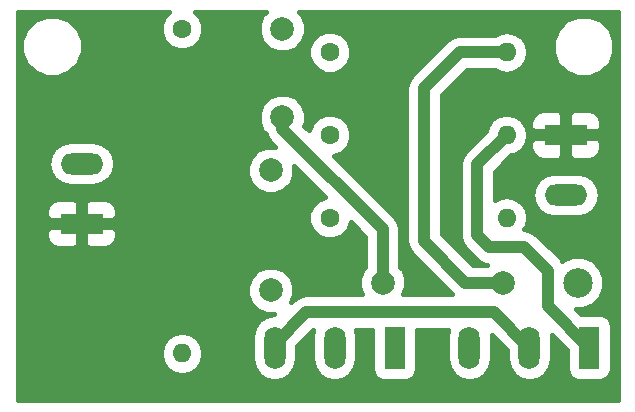
<source format=gbr>
G04 #@! TF.FileFunction,Copper,L1,Top,Signal*
%FSLAX46Y46*%
G04 Gerber Fmt 4.6, Leading zero omitted, Abs format (unit mm)*
G04 Created by KiCad (PCBNEW 4.0.6) date Friday, 28 July 2017 'PMt' 19:56:44*
%MOMM*%
%LPD*%
G01*
G04 APERTURE LIST*
%ADD10C,0.100000*%
%ADD11C,1.998980*%
%ADD12R,3.600000X1.800000*%
%ADD13O,3.600000X1.800000*%
%ADD14R,1.800000X3.600000*%
%ADD15O,1.800000X3.600000*%
%ADD16C,2.499360*%
%ADD17C,2.000000*%
%ADD18C,1.600000*%
%ADD19O,1.600000X1.600000*%
%ADD20C,1.000000*%
%ADD21C,0.400000*%
G04 APERTURE END LIST*
D10*
D11*
X182500000Y-111500000D03*
X182500000Y-121660000D03*
D12*
X166500000Y-116000000D03*
D13*
X166500000Y-110920000D03*
D12*
X207500000Y-108500000D03*
D13*
X207500000Y-113580000D03*
D11*
X192000000Y-121000000D03*
X202160000Y-121000000D03*
D14*
X193000000Y-126500000D03*
D15*
X187920000Y-126500000D03*
X182840000Y-126500000D03*
D14*
X209500000Y-126500000D03*
D15*
X204420000Y-126500000D03*
X199340000Y-126500000D03*
D16*
X208500000Y-121000000D03*
D17*
X183500000Y-99500000D03*
X183500000Y-107000000D03*
D18*
X175000000Y-99500000D03*
D19*
X175000000Y-127000000D03*
D18*
X187500000Y-108500000D03*
D19*
X202500000Y-108500000D03*
D18*
X187500000Y-101500000D03*
D19*
X202500000Y-101500000D03*
D18*
X187500000Y-115500000D03*
D19*
X202500000Y-115500000D03*
D20*
X192000000Y-121000000D02*
X192000000Y-116500000D01*
X192000000Y-116500000D02*
X183500000Y-108000000D01*
X183500000Y-108000000D02*
X183500000Y-107000000D01*
X182840000Y-126500000D02*
X182840000Y-126160000D01*
X182840000Y-126160000D02*
X185500000Y-123500000D01*
X201420000Y-123500000D02*
X204420000Y-126500000D01*
X185500000Y-123500000D02*
X201420000Y-123500000D01*
X202500000Y-108500000D02*
X200000000Y-111000000D01*
X206000000Y-123000000D02*
X209500000Y-126500000D01*
X206000000Y-120000000D02*
X206000000Y-123000000D01*
X204000000Y-118000000D02*
X206000000Y-120000000D01*
X201000000Y-118000000D02*
X204000000Y-118000000D01*
X200000000Y-117000000D02*
X201000000Y-118000000D01*
X200000000Y-111000000D02*
X200000000Y-117000000D01*
X202160000Y-121000000D02*
X199000000Y-121000000D01*
X198500000Y-101500000D02*
X202500000Y-101500000D01*
X195500000Y-104500000D02*
X198500000Y-101500000D01*
X195500000Y-117500000D02*
X195500000Y-104500000D01*
X199000000Y-121000000D02*
X195500000Y-117500000D01*
D21*
G36*
X173474924Y-98479051D02*
X173200313Y-99140387D01*
X173199688Y-99856471D01*
X173473145Y-100518286D01*
X173979051Y-101025076D01*
X174640387Y-101299687D01*
X175356471Y-101300312D01*
X176018286Y-101026855D01*
X176525076Y-100520949D01*
X176799687Y-99859613D01*
X176800312Y-99143529D01*
X176526855Y-98481714D01*
X176120850Y-98075000D01*
X182096591Y-98075000D01*
X181805471Y-98365612D01*
X181500348Y-99100430D01*
X181499654Y-99896079D01*
X181803494Y-100631429D01*
X182365612Y-101194529D01*
X183100430Y-101499652D01*
X183896079Y-101500346D01*
X184631429Y-101196506D01*
X185194529Y-100634388D01*
X185499652Y-99899570D01*
X185500346Y-99103921D01*
X185196506Y-98368571D01*
X184903447Y-98075000D01*
X211925000Y-98075000D01*
X211925000Y-130925000D01*
X161075000Y-130925000D01*
X161075000Y-126964736D01*
X173200000Y-126964736D01*
X173200000Y-127035264D01*
X173337017Y-127724094D01*
X173727208Y-128308056D01*
X174311170Y-128698247D01*
X175000000Y-128835264D01*
X175688830Y-128698247D01*
X176272792Y-128308056D01*
X176662983Y-127724094D01*
X176800000Y-127035264D01*
X176800000Y-126964736D01*
X176662983Y-126275906D01*
X176272792Y-125691944D01*
X175688830Y-125301753D01*
X175000000Y-125164736D01*
X174311170Y-125301753D01*
X173727208Y-125691944D01*
X173337017Y-126275906D01*
X173200000Y-126964736D01*
X161075000Y-126964736D01*
X161075000Y-116600000D01*
X163500000Y-116600000D01*
X163500000Y-117138695D01*
X163682689Y-117579746D01*
X164020255Y-117917311D01*
X164461305Y-118100000D01*
X165900000Y-118100000D01*
X166200000Y-117800000D01*
X166200000Y-116300000D01*
X166800000Y-116300000D01*
X166800000Y-117800000D01*
X167100000Y-118100000D01*
X168538695Y-118100000D01*
X168979745Y-117917311D01*
X169317311Y-117579746D01*
X169500000Y-117138695D01*
X169500000Y-116600000D01*
X169200000Y-116300000D01*
X166800000Y-116300000D01*
X166200000Y-116300000D01*
X163800000Y-116300000D01*
X163500000Y-116600000D01*
X161075000Y-116600000D01*
X161075000Y-114861305D01*
X163500000Y-114861305D01*
X163500000Y-115400000D01*
X163800000Y-115700000D01*
X166200000Y-115700000D01*
X166200000Y-114200000D01*
X166800000Y-114200000D01*
X166800000Y-115700000D01*
X169200000Y-115700000D01*
X169500000Y-115400000D01*
X169500000Y-114861305D01*
X169317311Y-114420254D01*
X168979745Y-114082689D01*
X168538695Y-113900000D01*
X167100000Y-113900000D01*
X166800000Y-114200000D01*
X166200000Y-114200000D01*
X165900000Y-113900000D01*
X164461305Y-113900000D01*
X164020255Y-114082689D01*
X163682689Y-114420254D01*
X163500000Y-114861305D01*
X161075000Y-114861305D01*
X161075000Y-110920000D01*
X163645145Y-110920000D01*
X163789774Y-111647099D01*
X164201642Y-112263503D01*
X164818046Y-112675371D01*
X165545145Y-112820000D01*
X167454855Y-112820000D01*
X168181954Y-112675371D01*
X168798358Y-112263503D01*
X169043930Y-111895978D01*
X180500164Y-111895978D01*
X180803927Y-112631140D01*
X181365901Y-113194096D01*
X182100532Y-113499142D01*
X182895978Y-113499836D01*
X183631140Y-113196073D01*
X184194096Y-112634099D01*
X184499142Y-111899468D01*
X184499821Y-111121141D01*
X187097420Y-113718740D01*
X186481714Y-113973145D01*
X185974924Y-114479051D01*
X185700313Y-115140387D01*
X185699688Y-115856471D01*
X185973145Y-116518286D01*
X186479051Y-117025076D01*
X187140387Y-117299687D01*
X187856471Y-117300312D01*
X188518286Y-117026855D01*
X189025076Y-116520949D01*
X189281674Y-115902994D01*
X190500000Y-117121320D01*
X190500000Y-119672144D01*
X190305904Y-119865901D01*
X190000858Y-120600532D01*
X190000164Y-121395978D01*
X190249741Y-122000000D01*
X185500000Y-122000000D01*
X184925975Y-122114181D01*
X184439340Y-122439340D01*
X184271862Y-122606818D01*
X184499142Y-122059468D01*
X184499836Y-121264022D01*
X184196073Y-120528860D01*
X183634099Y-119965904D01*
X182899468Y-119660858D01*
X182104022Y-119660164D01*
X181368860Y-119963927D01*
X180805904Y-120525901D01*
X180500858Y-121260532D01*
X180500164Y-122055978D01*
X180803927Y-122791140D01*
X181365901Y-123354096D01*
X182100532Y-123659142D01*
X182766710Y-123659723D01*
X182112901Y-123789774D01*
X181496497Y-124201642D01*
X181084629Y-124818046D01*
X180940000Y-125545145D01*
X180940000Y-127454855D01*
X181084629Y-128181954D01*
X181496497Y-128798358D01*
X182112901Y-129210226D01*
X182840000Y-129354855D01*
X183567099Y-129210226D01*
X184183503Y-128798358D01*
X184595371Y-128181954D01*
X184740000Y-127454855D01*
X184740000Y-126381320D01*
X186121320Y-125000000D01*
X186128436Y-125000000D01*
X186020000Y-125545145D01*
X186020000Y-127454855D01*
X186164629Y-128181954D01*
X186576497Y-128798358D01*
X187192901Y-129210226D01*
X187920000Y-129354855D01*
X188647099Y-129210226D01*
X189263503Y-128798358D01*
X189675371Y-128181954D01*
X189820000Y-127454855D01*
X189820000Y-125545145D01*
X189711564Y-125000000D01*
X191080409Y-125000000D01*
X191080409Y-128300000D01*
X191150138Y-128670578D01*
X191369149Y-129010931D01*
X191703322Y-129239262D01*
X192100000Y-129319591D01*
X193900000Y-129319591D01*
X194270578Y-129249862D01*
X194610931Y-129030851D01*
X194839262Y-128696678D01*
X194919591Y-128300000D01*
X194919591Y-125000000D01*
X197548436Y-125000000D01*
X197440000Y-125545145D01*
X197440000Y-127454855D01*
X197584629Y-128181954D01*
X197996497Y-128798358D01*
X198612901Y-129210226D01*
X199340000Y-129354855D01*
X200067099Y-129210226D01*
X200683503Y-128798358D01*
X201095371Y-128181954D01*
X201240000Y-127454855D01*
X201240000Y-125545145D01*
X201214220Y-125415540D01*
X202520000Y-126721320D01*
X202520000Y-127454855D01*
X202664629Y-128181954D01*
X203076497Y-128798358D01*
X203692901Y-129210226D01*
X204420000Y-129354855D01*
X205147099Y-129210226D01*
X205763503Y-128798358D01*
X206175371Y-128181954D01*
X206320000Y-127454855D01*
X206320000Y-125545145D01*
X206294220Y-125415540D01*
X207580409Y-126701730D01*
X207580409Y-128300000D01*
X207650138Y-128670578D01*
X207869149Y-129010931D01*
X208203322Y-129239262D01*
X208600000Y-129319591D01*
X210400000Y-129319591D01*
X210770578Y-129249862D01*
X211110931Y-129030851D01*
X211339262Y-128696678D01*
X211419591Y-128300000D01*
X211419591Y-124700000D01*
X211349862Y-124329422D01*
X211130851Y-123989069D01*
X210796678Y-123760738D01*
X210400000Y-123680409D01*
X208801729Y-123680409D01*
X208370889Y-123249569D01*
X208945526Y-123250070D01*
X209772677Y-122908298D01*
X210406074Y-122276005D01*
X210749289Y-121449452D01*
X210750070Y-120554474D01*
X210408298Y-119727323D01*
X209776005Y-119093926D01*
X208949452Y-118750711D01*
X208054474Y-118749930D01*
X207227323Y-119091702D01*
X207188416Y-119130541D01*
X207060660Y-118939340D01*
X205060660Y-116939340D01*
X204574025Y-116614181D01*
X204000000Y-116500000D01*
X203990330Y-116500000D01*
X204198247Y-116188830D01*
X204335264Y-115500000D01*
X204198247Y-114811170D01*
X203808056Y-114227208D01*
X203224094Y-113837017D01*
X202535264Y-113700000D01*
X202464736Y-113700000D01*
X201775906Y-113837017D01*
X201500000Y-114021372D01*
X201500000Y-113580000D01*
X204645145Y-113580000D01*
X204789774Y-114307099D01*
X205201642Y-114923503D01*
X205818046Y-115335371D01*
X206545145Y-115480000D01*
X208454855Y-115480000D01*
X209181954Y-115335371D01*
X209798358Y-114923503D01*
X210210226Y-114307099D01*
X210354855Y-113580000D01*
X210210226Y-112852901D01*
X209798358Y-112236497D01*
X209181954Y-111824629D01*
X208454855Y-111680000D01*
X206545145Y-111680000D01*
X205818046Y-111824629D01*
X205201642Y-112236497D01*
X204789774Y-112852901D01*
X204645145Y-113580000D01*
X201500000Y-113580000D01*
X201500000Y-111621320D01*
X202892349Y-110228971D01*
X203224094Y-110162983D01*
X203808056Y-109772792D01*
X204198247Y-109188830D01*
X204215916Y-109100000D01*
X204500000Y-109100000D01*
X204500000Y-109638695D01*
X204682689Y-110079746D01*
X205020255Y-110417311D01*
X205461305Y-110600000D01*
X206900000Y-110600000D01*
X207200000Y-110300000D01*
X207200000Y-108800000D01*
X207800000Y-108800000D01*
X207800000Y-110300000D01*
X208100000Y-110600000D01*
X209538695Y-110600000D01*
X209979745Y-110417311D01*
X210317311Y-110079746D01*
X210500000Y-109638695D01*
X210500000Y-109100000D01*
X210200000Y-108800000D01*
X207800000Y-108800000D01*
X207200000Y-108800000D01*
X204800000Y-108800000D01*
X204500000Y-109100000D01*
X204215916Y-109100000D01*
X204335264Y-108500000D01*
X204198247Y-107811170D01*
X203897657Y-107361305D01*
X204500000Y-107361305D01*
X204500000Y-107900000D01*
X204800000Y-108200000D01*
X207200000Y-108200000D01*
X207200000Y-106700000D01*
X207800000Y-106700000D01*
X207800000Y-108200000D01*
X210200000Y-108200000D01*
X210500000Y-107900000D01*
X210500000Y-107361305D01*
X210317311Y-106920254D01*
X209979745Y-106582689D01*
X209538695Y-106400000D01*
X208100000Y-106400000D01*
X207800000Y-106700000D01*
X207200000Y-106700000D01*
X206900000Y-106400000D01*
X205461305Y-106400000D01*
X205020255Y-106582689D01*
X204682689Y-106920254D01*
X204500000Y-107361305D01*
X203897657Y-107361305D01*
X203808056Y-107227208D01*
X203224094Y-106837017D01*
X202535264Y-106700000D01*
X202464736Y-106700000D01*
X201775906Y-106837017D01*
X201191944Y-107227208D01*
X200801753Y-107811170D01*
X200735765Y-108142915D01*
X198939340Y-109939340D01*
X198614181Y-110425975D01*
X198500000Y-111000000D01*
X198500000Y-117000000D01*
X198614181Y-117574025D01*
X198939340Y-118060660D01*
X199939340Y-119060660D01*
X200425975Y-119385819D01*
X200860284Y-119472209D01*
X200832444Y-119500000D01*
X199621321Y-119500000D01*
X197000000Y-116878680D01*
X197000000Y-105121320D01*
X199121320Y-103000000D01*
X201531985Y-103000000D01*
X201775906Y-103162983D01*
X202464736Y-103300000D01*
X202535264Y-103300000D01*
X203224094Y-103162983D01*
X203808056Y-102772792D01*
X204198247Y-102188830D01*
X204332299Y-101514903D01*
X206399550Y-101514903D01*
X206794542Y-102470858D01*
X207525295Y-103202887D01*
X208480559Y-103599548D01*
X209514903Y-103600450D01*
X210470858Y-103205458D01*
X211202887Y-102474705D01*
X211599548Y-101519441D01*
X211600450Y-100485097D01*
X211205458Y-99529142D01*
X210474705Y-98797113D01*
X209519441Y-98400452D01*
X208485097Y-98399550D01*
X207529142Y-98794542D01*
X206797113Y-99525295D01*
X206400452Y-100480559D01*
X206399550Y-101514903D01*
X204332299Y-101514903D01*
X204335264Y-101500000D01*
X204198247Y-100811170D01*
X203808056Y-100227208D01*
X203224094Y-99837017D01*
X202535264Y-99700000D01*
X202464736Y-99700000D01*
X201775906Y-99837017D01*
X201531985Y-100000000D01*
X198500000Y-100000000D01*
X197925975Y-100114181D01*
X197439340Y-100439340D01*
X194439340Y-103439340D01*
X194114181Y-103925975D01*
X194000000Y-104500000D01*
X194000000Y-117500000D01*
X194114181Y-118074025D01*
X194439340Y-118560660D01*
X197878679Y-122000000D01*
X193749779Y-122000000D01*
X193999142Y-121399468D01*
X193999836Y-120604022D01*
X193696073Y-119868860D01*
X193500000Y-119672444D01*
X193500000Y-116500000D01*
X193385819Y-115925975D01*
X193060660Y-115439340D01*
X187902580Y-110281260D01*
X188518286Y-110026855D01*
X189025076Y-109520949D01*
X189299687Y-108859613D01*
X189300312Y-108143529D01*
X189026855Y-107481714D01*
X188520949Y-106974924D01*
X187859613Y-106700313D01*
X187143529Y-106699688D01*
X186481714Y-106973145D01*
X185974924Y-107479051D01*
X185718326Y-108097006D01*
X185359181Y-107737861D01*
X185499652Y-107399570D01*
X185500346Y-106603921D01*
X185196506Y-105868571D01*
X184634388Y-105305471D01*
X183899570Y-105000348D01*
X183103921Y-104999654D01*
X182368571Y-105303494D01*
X181805471Y-105865612D01*
X181500348Y-106600430D01*
X181499654Y-107396079D01*
X181803494Y-108131429D01*
X182081548Y-108409969D01*
X182114181Y-108574025D01*
X182439340Y-109060660D01*
X182879521Y-109500841D01*
X182104022Y-109500164D01*
X181368860Y-109803927D01*
X180805904Y-110365901D01*
X180500858Y-111100532D01*
X180500164Y-111895978D01*
X169043930Y-111895978D01*
X169210226Y-111647099D01*
X169354855Y-110920000D01*
X169210226Y-110192901D01*
X168798358Y-109576497D01*
X168181954Y-109164629D01*
X167454855Y-109020000D01*
X165545145Y-109020000D01*
X164818046Y-109164629D01*
X164201642Y-109576497D01*
X163789774Y-110192901D01*
X163645145Y-110920000D01*
X161075000Y-110920000D01*
X161075000Y-101514903D01*
X161399550Y-101514903D01*
X161794542Y-102470858D01*
X162525295Y-103202887D01*
X163480559Y-103599548D01*
X164514903Y-103600450D01*
X165470858Y-103205458D01*
X166202887Y-102474705D01*
X166459600Y-101856471D01*
X185699688Y-101856471D01*
X185973145Y-102518286D01*
X186479051Y-103025076D01*
X187140387Y-103299687D01*
X187856471Y-103300312D01*
X188518286Y-103026855D01*
X189025076Y-102520949D01*
X189299687Y-101859613D01*
X189300312Y-101143529D01*
X189026855Y-100481714D01*
X188520949Y-99974924D01*
X187859613Y-99700313D01*
X187143529Y-99699688D01*
X186481714Y-99973145D01*
X185974924Y-100479051D01*
X185700313Y-101140387D01*
X185699688Y-101856471D01*
X166459600Y-101856471D01*
X166599548Y-101519441D01*
X166600450Y-100485097D01*
X166205458Y-99529142D01*
X165474705Y-98797113D01*
X164519441Y-98400452D01*
X163485097Y-98399550D01*
X162529142Y-98794542D01*
X161797113Y-99525295D01*
X161400452Y-100480559D01*
X161399550Y-101514903D01*
X161075000Y-101514903D01*
X161075000Y-98075000D01*
X173879681Y-98075000D01*
X173474924Y-98479051D01*
X173474924Y-98479051D01*
G37*
X173474924Y-98479051D02*
X173200313Y-99140387D01*
X173199688Y-99856471D01*
X173473145Y-100518286D01*
X173979051Y-101025076D01*
X174640387Y-101299687D01*
X175356471Y-101300312D01*
X176018286Y-101026855D01*
X176525076Y-100520949D01*
X176799687Y-99859613D01*
X176800312Y-99143529D01*
X176526855Y-98481714D01*
X176120850Y-98075000D01*
X182096591Y-98075000D01*
X181805471Y-98365612D01*
X181500348Y-99100430D01*
X181499654Y-99896079D01*
X181803494Y-100631429D01*
X182365612Y-101194529D01*
X183100430Y-101499652D01*
X183896079Y-101500346D01*
X184631429Y-101196506D01*
X185194529Y-100634388D01*
X185499652Y-99899570D01*
X185500346Y-99103921D01*
X185196506Y-98368571D01*
X184903447Y-98075000D01*
X211925000Y-98075000D01*
X211925000Y-130925000D01*
X161075000Y-130925000D01*
X161075000Y-126964736D01*
X173200000Y-126964736D01*
X173200000Y-127035264D01*
X173337017Y-127724094D01*
X173727208Y-128308056D01*
X174311170Y-128698247D01*
X175000000Y-128835264D01*
X175688830Y-128698247D01*
X176272792Y-128308056D01*
X176662983Y-127724094D01*
X176800000Y-127035264D01*
X176800000Y-126964736D01*
X176662983Y-126275906D01*
X176272792Y-125691944D01*
X175688830Y-125301753D01*
X175000000Y-125164736D01*
X174311170Y-125301753D01*
X173727208Y-125691944D01*
X173337017Y-126275906D01*
X173200000Y-126964736D01*
X161075000Y-126964736D01*
X161075000Y-116600000D01*
X163500000Y-116600000D01*
X163500000Y-117138695D01*
X163682689Y-117579746D01*
X164020255Y-117917311D01*
X164461305Y-118100000D01*
X165900000Y-118100000D01*
X166200000Y-117800000D01*
X166200000Y-116300000D01*
X166800000Y-116300000D01*
X166800000Y-117800000D01*
X167100000Y-118100000D01*
X168538695Y-118100000D01*
X168979745Y-117917311D01*
X169317311Y-117579746D01*
X169500000Y-117138695D01*
X169500000Y-116600000D01*
X169200000Y-116300000D01*
X166800000Y-116300000D01*
X166200000Y-116300000D01*
X163800000Y-116300000D01*
X163500000Y-116600000D01*
X161075000Y-116600000D01*
X161075000Y-114861305D01*
X163500000Y-114861305D01*
X163500000Y-115400000D01*
X163800000Y-115700000D01*
X166200000Y-115700000D01*
X166200000Y-114200000D01*
X166800000Y-114200000D01*
X166800000Y-115700000D01*
X169200000Y-115700000D01*
X169500000Y-115400000D01*
X169500000Y-114861305D01*
X169317311Y-114420254D01*
X168979745Y-114082689D01*
X168538695Y-113900000D01*
X167100000Y-113900000D01*
X166800000Y-114200000D01*
X166200000Y-114200000D01*
X165900000Y-113900000D01*
X164461305Y-113900000D01*
X164020255Y-114082689D01*
X163682689Y-114420254D01*
X163500000Y-114861305D01*
X161075000Y-114861305D01*
X161075000Y-110920000D01*
X163645145Y-110920000D01*
X163789774Y-111647099D01*
X164201642Y-112263503D01*
X164818046Y-112675371D01*
X165545145Y-112820000D01*
X167454855Y-112820000D01*
X168181954Y-112675371D01*
X168798358Y-112263503D01*
X169043930Y-111895978D01*
X180500164Y-111895978D01*
X180803927Y-112631140D01*
X181365901Y-113194096D01*
X182100532Y-113499142D01*
X182895978Y-113499836D01*
X183631140Y-113196073D01*
X184194096Y-112634099D01*
X184499142Y-111899468D01*
X184499821Y-111121141D01*
X187097420Y-113718740D01*
X186481714Y-113973145D01*
X185974924Y-114479051D01*
X185700313Y-115140387D01*
X185699688Y-115856471D01*
X185973145Y-116518286D01*
X186479051Y-117025076D01*
X187140387Y-117299687D01*
X187856471Y-117300312D01*
X188518286Y-117026855D01*
X189025076Y-116520949D01*
X189281674Y-115902994D01*
X190500000Y-117121320D01*
X190500000Y-119672144D01*
X190305904Y-119865901D01*
X190000858Y-120600532D01*
X190000164Y-121395978D01*
X190249741Y-122000000D01*
X185500000Y-122000000D01*
X184925975Y-122114181D01*
X184439340Y-122439340D01*
X184271862Y-122606818D01*
X184499142Y-122059468D01*
X184499836Y-121264022D01*
X184196073Y-120528860D01*
X183634099Y-119965904D01*
X182899468Y-119660858D01*
X182104022Y-119660164D01*
X181368860Y-119963927D01*
X180805904Y-120525901D01*
X180500858Y-121260532D01*
X180500164Y-122055978D01*
X180803927Y-122791140D01*
X181365901Y-123354096D01*
X182100532Y-123659142D01*
X182766710Y-123659723D01*
X182112901Y-123789774D01*
X181496497Y-124201642D01*
X181084629Y-124818046D01*
X180940000Y-125545145D01*
X180940000Y-127454855D01*
X181084629Y-128181954D01*
X181496497Y-128798358D01*
X182112901Y-129210226D01*
X182840000Y-129354855D01*
X183567099Y-129210226D01*
X184183503Y-128798358D01*
X184595371Y-128181954D01*
X184740000Y-127454855D01*
X184740000Y-126381320D01*
X186121320Y-125000000D01*
X186128436Y-125000000D01*
X186020000Y-125545145D01*
X186020000Y-127454855D01*
X186164629Y-128181954D01*
X186576497Y-128798358D01*
X187192901Y-129210226D01*
X187920000Y-129354855D01*
X188647099Y-129210226D01*
X189263503Y-128798358D01*
X189675371Y-128181954D01*
X189820000Y-127454855D01*
X189820000Y-125545145D01*
X189711564Y-125000000D01*
X191080409Y-125000000D01*
X191080409Y-128300000D01*
X191150138Y-128670578D01*
X191369149Y-129010931D01*
X191703322Y-129239262D01*
X192100000Y-129319591D01*
X193900000Y-129319591D01*
X194270578Y-129249862D01*
X194610931Y-129030851D01*
X194839262Y-128696678D01*
X194919591Y-128300000D01*
X194919591Y-125000000D01*
X197548436Y-125000000D01*
X197440000Y-125545145D01*
X197440000Y-127454855D01*
X197584629Y-128181954D01*
X197996497Y-128798358D01*
X198612901Y-129210226D01*
X199340000Y-129354855D01*
X200067099Y-129210226D01*
X200683503Y-128798358D01*
X201095371Y-128181954D01*
X201240000Y-127454855D01*
X201240000Y-125545145D01*
X201214220Y-125415540D01*
X202520000Y-126721320D01*
X202520000Y-127454855D01*
X202664629Y-128181954D01*
X203076497Y-128798358D01*
X203692901Y-129210226D01*
X204420000Y-129354855D01*
X205147099Y-129210226D01*
X205763503Y-128798358D01*
X206175371Y-128181954D01*
X206320000Y-127454855D01*
X206320000Y-125545145D01*
X206294220Y-125415540D01*
X207580409Y-126701730D01*
X207580409Y-128300000D01*
X207650138Y-128670578D01*
X207869149Y-129010931D01*
X208203322Y-129239262D01*
X208600000Y-129319591D01*
X210400000Y-129319591D01*
X210770578Y-129249862D01*
X211110931Y-129030851D01*
X211339262Y-128696678D01*
X211419591Y-128300000D01*
X211419591Y-124700000D01*
X211349862Y-124329422D01*
X211130851Y-123989069D01*
X210796678Y-123760738D01*
X210400000Y-123680409D01*
X208801729Y-123680409D01*
X208370889Y-123249569D01*
X208945526Y-123250070D01*
X209772677Y-122908298D01*
X210406074Y-122276005D01*
X210749289Y-121449452D01*
X210750070Y-120554474D01*
X210408298Y-119727323D01*
X209776005Y-119093926D01*
X208949452Y-118750711D01*
X208054474Y-118749930D01*
X207227323Y-119091702D01*
X207188416Y-119130541D01*
X207060660Y-118939340D01*
X205060660Y-116939340D01*
X204574025Y-116614181D01*
X204000000Y-116500000D01*
X203990330Y-116500000D01*
X204198247Y-116188830D01*
X204335264Y-115500000D01*
X204198247Y-114811170D01*
X203808056Y-114227208D01*
X203224094Y-113837017D01*
X202535264Y-113700000D01*
X202464736Y-113700000D01*
X201775906Y-113837017D01*
X201500000Y-114021372D01*
X201500000Y-113580000D01*
X204645145Y-113580000D01*
X204789774Y-114307099D01*
X205201642Y-114923503D01*
X205818046Y-115335371D01*
X206545145Y-115480000D01*
X208454855Y-115480000D01*
X209181954Y-115335371D01*
X209798358Y-114923503D01*
X210210226Y-114307099D01*
X210354855Y-113580000D01*
X210210226Y-112852901D01*
X209798358Y-112236497D01*
X209181954Y-111824629D01*
X208454855Y-111680000D01*
X206545145Y-111680000D01*
X205818046Y-111824629D01*
X205201642Y-112236497D01*
X204789774Y-112852901D01*
X204645145Y-113580000D01*
X201500000Y-113580000D01*
X201500000Y-111621320D01*
X202892349Y-110228971D01*
X203224094Y-110162983D01*
X203808056Y-109772792D01*
X204198247Y-109188830D01*
X204215916Y-109100000D01*
X204500000Y-109100000D01*
X204500000Y-109638695D01*
X204682689Y-110079746D01*
X205020255Y-110417311D01*
X205461305Y-110600000D01*
X206900000Y-110600000D01*
X207200000Y-110300000D01*
X207200000Y-108800000D01*
X207800000Y-108800000D01*
X207800000Y-110300000D01*
X208100000Y-110600000D01*
X209538695Y-110600000D01*
X209979745Y-110417311D01*
X210317311Y-110079746D01*
X210500000Y-109638695D01*
X210500000Y-109100000D01*
X210200000Y-108800000D01*
X207800000Y-108800000D01*
X207200000Y-108800000D01*
X204800000Y-108800000D01*
X204500000Y-109100000D01*
X204215916Y-109100000D01*
X204335264Y-108500000D01*
X204198247Y-107811170D01*
X203897657Y-107361305D01*
X204500000Y-107361305D01*
X204500000Y-107900000D01*
X204800000Y-108200000D01*
X207200000Y-108200000D01*
X207200000Y-106700000D01*
X207800000Y-106700000D01*
X207800000Y-108200000D01*
X210200000Y-108200000D01*
X210500000Y-107900000D01*
X210500000Y-107361305D01*
X210317311Y-106920254D01*
X209979745Y-106582689D01*
X209538695Y-106400000D01*
X208100000Y-106400000D01*
X207800000Y-106700000D01*
X207200000Y-106700000D01*
X206900000Y-106400000D01*
X205461305Y-106400000D01*
X205020255Y-106582689D01*
X204682689Y-106920254D01*
X204500000Y-107361305D01*
X203897657Y-107361305D01*
X203808056Y-107227208D01*
X203224094Y-106837017D01*
X202535264Y-106700000D01*
X202464736Y-106700000D01*
X201775906Y-106837017D01*
X201191944Y-107227208D01*
X200801753Y-107811170D01*
X200735765Y-108142915D01*
X198939340Y-109939340D01*
X198614181Y-110425975D01*
X198500000Y-111000000D01*
X198500000Y-117000000D01*
X198614181Y-117574025D01*
X198939340Y-118060660D01*
X199939340Y-119060660D01*
X200425975Y-119385819D01*
X200860284Y-119472209D01*
X200832444Y-119500000D01*
X199621321Y-119500000D01*
X197000000Y-116878680D01*
X197000000Y-105121320D01*
X199121320Y-103000000D01*
X201531985Y-103000000D01*
X201775906Y-103162983D01*
X202464736Y-103300000D01*
X202535264Y-103300000D01*
X203224094Y-103162983D01*
X203808056Y-102772792D01*
X204198247Y-102188830D01*
X204332299Y-101514903D01*
X206399550Y-101514903D01*
X206794542Y-102470858D01*
X207525295Y-103202887D01*
X208480559Y-103599548D01*
X209514903Y-103600450D01*
X210470858Y-103205458D01*
X211202887Y-102474705D01*
X211599548Y-101519441D01*
X211600450Y-100485097D01*
X211205458Y-99529142D01*
X210474705Y-98797113D01*
X209519441Y-98400452D01*
X208485097Y-98399550D01*
X207529142Y-98794542D01*
X206797113Y-99525295D01*
X206400452Y-100480559D01*
X206399550Y-101514903D01*
X204332299Y-101514903D01*
X204335264Y-101500000D01*
X204198247Y-100811170D01*
X203808056Y-100227208D01*
X203224094Y-99837017D01*
X202535264Y-99700000D01*
X202464736Y-99700000D01*
X201775906Y-99837017D01*
X201531985Y-100000000D01*
X198500000Y-100000000D01*
X197925975Y-100114181D01*
X197439340Y-100439340D01*
X194439340Y-103439340D01*
X194114181Y-103925975D01*
X194000000Y-104500000D01*
X194000000Y-117500000D01*
X194114181Y-118074025D01*
X194439340Y-118560660D01*
X197878679Y-122000000D01*
X193749779Y-122000000D01*
X193999142Y-121399468D01*
X193999836Y-120604022D01*
X193696073Y-119868860D01*
X193500000Y-119672444D01*
X193500000Y-116500000D01*
X193385819Y-115925975D01*
X193060660Y-115439340D01*
X187902580Y-110281260D01*
X188518286Y-110026855D01*
X189025076Y-109520949D01*
X189299687Y-108859613D01*
X189300312Y-108143529D01*
X189026855Y-107481714D01*
X188520949Y-106974924D01*
X187859613Y-106700313D01*
X187143529Y-106699688D01*
X186481714Y-106973145D01*
X185974924Y-107479051D01*
X185718326Y-108097006D01*
X185359181Y-107737861D01*
X185499652Y-107399570D01*
X185500346Y-106603921D01*
X185196506Y-105868571D01*
X184634388Y-105305471D01*
X183899570Y-105000348D01*
X183103921Y-104999654D01*
X182368571Y-105303494D01*
X181805471Y-105865612D01*
X181500348Y-106600430D01*
X181499654Y-107396079D01*
X181803494Y-108131429D01*
X182081548Y-108409969D01*
X182114181Y-108574025D01*
X182439340Y-109060660D01*
X182879521Y-109500841D01*
X182104022Y-109500164D01*
X181368860Y-109803927D01*
X180805904Y-110365901D01*
X180500858Y-111100532D01*
X180500164Y-111895978D01*
X169043930Y-111895978D01*
X169210226Y-111647099D01*
X169354855Y-110920000D01*
X169210226Y-110192901D01*
X168798358Y-109576497D01*
X168181954Y-109164629D01*
X167454855Y-109020000D01*
X165545145Y-109020000D01*
X164818046Y-109164629D01*
X164201642Y-109576497D01*
X163789774Y-110192901D01*
X163645145Y-110920000D01*
X161075000Y-110920000D01*
X161075000Y-101514903D01*
X161399550Y-101514903D01*
X161794542Y-102470858D01*
X162525295Y-103202887D01*
X163480559Y-103599548D01*
X164514903Y-103600450D01*
X165470858Y-103205458D01*
X166202887Y-102474705D01*
X166459600Y-101856471D01*
X185699688Y-101856471D01*
X185973145Y-102518286D01*
X186479051Y-103025076D01*
X187140387Y-103299687D01*
X187856471Y-103300312D01*
X188518286Y-103026855D01*
X189025076Y-102520949D01*
X189299687Y-101859613D01*
X189300312Y-101143529D01*
X189026855Y-100481714D01*
X188520949Y-99974924D01*
X187859613Y-99700313D01*
X187143529Y-99699688D01*
X186481714Y-99973145D01*
X185974924Y-100479051D01*
X185700313Y-101140387D01*
X185699688Y-101856471D01*
X166459600Y-101856471D01*
X166599548Y-101519441D01*
X166600450Y-100485097D01*
X166205458Y-99529142D01*
X165474705Y-98797113D01*
X164519441Y-98400452D01*
X163485097Y-98399550D01*
X162529142Y-98794542D01*
X161797113Y-99525295D01*
X161400452Y-100480559D01*
X161399550Y-101514903D01*
X161075000Y-101514903D01*
X161075000Y-98075000D01*
X173879681Y-98075000D01*
X173474924Y-98479051D01*
M02*

</source>
